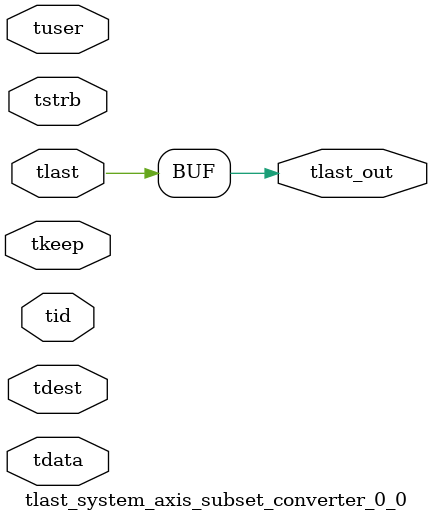
<source format=v>


`timescale 1ps/1ps

module tlast_system_axis_subset_converter_0_0 #
(
parameter C_S_AXIS_TID_WIDTH   = 1,
parameter C_S_AXIS_TUSER_WIDTH = 0,
parameter C_S_AXIS_TDATA_WIDTH = 0,
parameter C_S_AXIS_TDEST_WIDTH = 0
)
(
input  [(C_S_AXIS_TID_WIDTH   == 0 ? 1 : C_S_AXIS_TID_WIDTH)-1:0       ] tid,
input  [(C_S_AXIS_TDATA_WIDTH == 0 ? 1 : C_S_AXIS_TDATA_WIDTH)-1:0     ] tdata,
input  [(C_S_AXIS_TUSER_WIDTH == 0 ? 1 : C_S_AXIS_TUSER_WIDTH)-1:0     ] tuser,
input  [(C_S_AXIS_TDEST_WIDTH == 0 ? 1 : C_S_AXIS_TDEST_WIDTH)-1:0     ] tdest,
input  [(C_S_AXIS_TDATA_WIDTH/8)-1:0 ] tkeep,
input  [(C_S_AXIS_TDATA_WIDTH/8)-1:0 ] tstrb,
input  [0:0]                                                             tlast,
output                                                                   tlast_out
);

assign tlast_out = {tlast[0]};

endmodule


</source>
